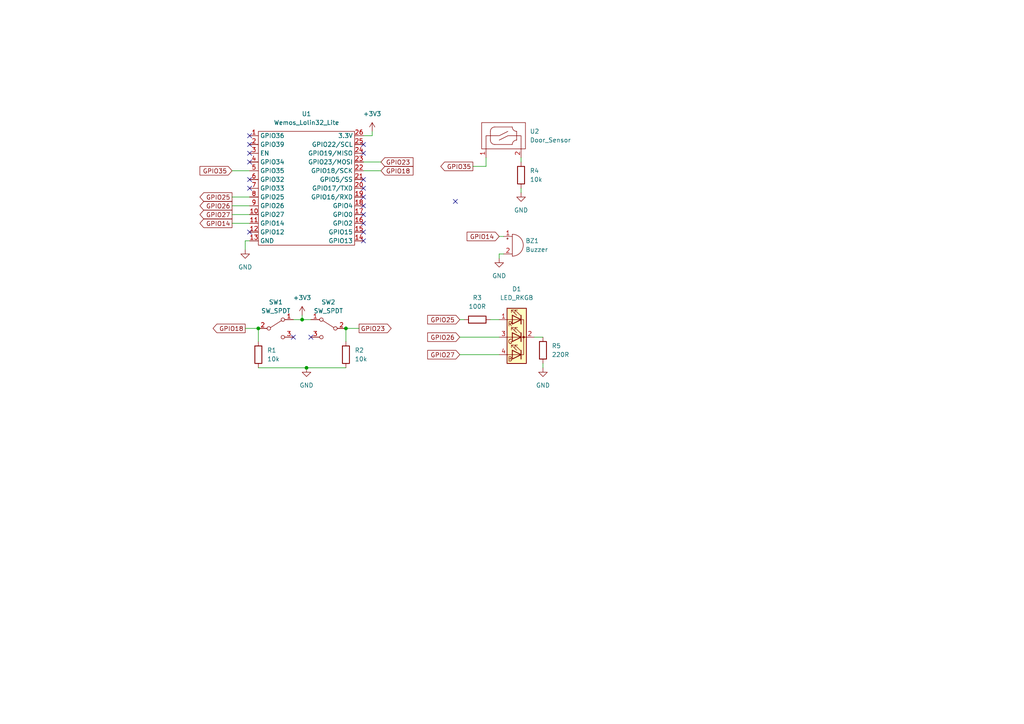
<source format=kicad_sch>
(kicad_sch (version 20211123) (generator eeschema)

  (uuid e63e39d7-6ac0-4ffd-8aa3-1841a4541b55)

  (paper "A4")

  (lib_symbols
    (symbol "Device:Buzzer" (pin_names (offset 0.0254) hide) (in_bom yes) (on_board yes)
      (property "Reference" "BZ" (id 0) (at 3.81 1.27 0)
        (effects (font (size 1.27 1.27)) (justify left))
      )
      (property "Value" "Buzzer" (id 1) (at 3.81 -1.27 0)
        (effects (font (size 1.27 1.27)) (justify left))
      )
      (property "Footprint" "" (id 2) (at -0.635 2.54 90)
        (effects (font (size 1.27 1.27)) hide)
      )
      (property "Datasheet" "~" (id 3) (at -0.635 2.54 90)
        (effects (font (size 1.27 1.27)) hide)
      )
      (property "ki_keywords" "quartz resonator ceramic" (id 4) (at 0 0 0)
        (effects (font (size 1.27 1.27)) hide)
      )
      (property "ki_description" "Buzzer, polarized" (id 5) (at 0 0 0)
        (effects (font (size 1.27 1.27)) hide)
      )
      (property "ki_fp_filters" "*Buzzer*" (id 6) (at 0 0 0)
        (effects (font (size 1.27 1.27)) hide)
      )
      (symbol "Buzzer_0_1"
        (arc (start 0 -3.175) (mid 3.175 0) (end 0 3.175)
          (stroke (width 0) (type default) (color 0 0 0 0))
          (fill (type none))
        )
        (polyline
          (pts
            (xy -1.651 1.905)
            (xy -1.143 1.905)
          )
          (stroke (width 0) (type default) (color 0 0 0 0))
          (fill (type none))
        )
        (polyline
          (pts
            (xy -1.397 2.159)
            (xy -1.397 1.651)
          )
          (stroke (width 0) (type default) (color 0 0 0 0))
          (fill (type none))
        )
        (polyline
          (pts
            (xy 0 3.175)
            (xy 0 -3.175)
          )
          (stroke (width 0) (type default) (color 0 0 0 0))
          (fill (type none))
        )
      )
      (symbol "Buzzer_1_1"
        (pin passive line (at -2.54 2.54 0) (length 2.54)
          (name "-" (effects (font (size 1.27 1.27))))
          (number "1" (effects (font (size 1.27 1.27))))
        )
        (pin passive line (at -2.54 -2.54 0) (length 2.54)
          (name "+" (effects (font (size 1.27 1.27))))
          (number "2" (effects (font (size 1.27 1.27))))
        )
      )
    )
    (symbol "Device:LED_RKGB" (pin_names (offset 0) hide) (in_bom yes) (on_board yes)
      (property "Reference" "D" (id 0) (at 0 9.398 0)
        (effects (font (size 1.27 1.27)))
      )
      (property "Value" "LED_RKGB" (id 1) (at 0 -8.89 0)
        (effects (font (size 1.27 1.27)))
      )
      (property "Footprint" "" (id 2) (at 0 -1.27 0)
        (effects (font (size 1.27 1.27)) hide)
      )
      (property "Datasheet" "~" (id 3) (at 0 -1.27 0)
        (effects (font (size 1.27 1.27)) hide)
      )
      (property "ki_keywords" "LED RGB diode" (id 4) (at 0 0 0)
        (effects (font (size 1.27 1.27)) hide)
      )
      (property "ki_description" "RGB LED, red/cathode/green/blue" (id 5) (at 0 0 0)
        (effects (font (size 1.27 1.27)) hide)
      )
      (property "ki_fp_filters" "LED* LED_SMD:* LED_THT:*" (id 6) (at 0 0 0)
        (effects (font (size 1.27 1.27)) hide)
      )
      (symbol "LED_RKGB_0_0"
        (text "B" (at 1.905 -6.35 0)
          (effects (font (size 1.27 1.27)))
        )
        (text "G" (at 1.905 -1.27 0)
          (effects (font (size 1.27 1.27)))
        )
        (text "R" (at 1.905 3.81 0)
          (effects (font (size 1.27 1.27)))
        )
      )
      (symbol "LED_RKGB_0_1"
        (circle (center -2.032 0) (radius 0.254)
          (stroke (width 0) (type default) (color 0 0 0 0))
          (fill (type outline))
        )
        (polyline
          (pts
            (xy -1.27 -5.08)
            (xy 1.27 -5.08)
          )
          (stroke (width 0) (type default) (color 0 0 0 0))
          (fill (type none))
        )
        (polyline
          (pts
            (xy -1.27 -3.81)
            (xy -1.27 -6.35)
          )
          (stroke (width 0.254) (type default) (color 0 0 0 0))
          (fill (type none))
        )
        (polyline
          (pts
            (xy -1.27 0)
            (xy -2.54 0)
          )
          (stroke (width 0) (type default) (color 0 0 0 0))
          (fill (type none))
        )
        (polyline
          (pts
            (xy -1.27 1.27)
            (xy -1.27 -1.27)
          )
          (stroke (width 0.254) (type default) (color 0 0 0 0))
          (fill (type none))
        )
        (polyline
          (pts
            (xy -1.27 5.08)
            (xy 1.27 5.08)
          )
          (stroke (width 0) (type default) (color 0 0 0 0))
          (fill (type none))
        )
        (polyline
          (pts
            (xy -1.27 6.35)
            (xy -1.27 3.81)
          )
          (stroke (width 0.254) (type default) (color 0 0 0 0))
          (fill (type none))
        )
        (polyline
          (pts
            (xy 1.27 -5.08)
            (xy 2.54 -5.08)
          )
          (stroke (width 0) (type default) (color 0 0 0 0))
          (fill (type none))
        )
        (polyline
          (pts
            (xy 1.27 0)
            (xy -1.27 0)
          )
          (stroke (width 0) (type default) (color 0 0 0 0))
          (fill (type none))
        )
        (polyline
          (pts
            (xy 1.27 0)
            (xy 2.54 0)
          )
          (stroke (width 0) (type default) (color 0 0 0 0))
          (fill (type none))
        )
        (polyline
          (pts
            (xy 1.27 5.08)
            (xy 2.54 5.08)
          )
          (stroke (width 0) (type default) (color 0 0 0 0))
          (fill (type none))
        )
        (polyline
          (pts
            (xy -1.27 1.27)
            (xy -1.27 -1.27)
            (xy -1.27 -1.27)
          )
          (stroke (width 0) (type default) (color 0 0 0 0))
          (fill (type none))
        )
        (polyline
          (pts
            (xy -1.27 6.35)
            (xy -1.27 3.81)
            (xy -1.27 3.81)
          )
          (stroke (width 0) (type default) (color 0 0 0 0))
          (fill (type none))
        )
        (polyline
          (pts
            (xy -1.27 5.08)
            (xy -2.032 5.08)
            (xy -2.032 -5.08)
            (xy -1.016 -5.08)
          )
          (stroke (width 0) (type default) (color 0 0 0 0))
          (fill (type none))
        )
        (polyline
          (pts
            (xy 1.27 -3.81)
            (xy 1.27 -6.35)
            (xy -1.27 -5.08)
            (xy 1.27 -3.81)
          )
          (stroke (width 0.254) (type default) (color 0 0 0 0))
          (fill (type none))
        )
        (polyline
          (pts
            (xy 1.27 1.27)
            (xy 1.27 -1.27)
            (xy -1.27 0)
            (xy 1.27 1.27)
          )
          (stroke (width 0.254) (type default) (color 0 0 0 0))
          (fill (type none))
        )
        (polyline
          (pts
            (xy 1.27 6.35)
            (xy 1.27 3.81)
            (xy -1.27 5.08)
            (xy 1.27 6.35)
          )
          (stroke (width 0.254) (type default) (color 0 0 0 0))
          (fill (type none))
        )
        (polyline
          (pts
            (xy -1.016 -3.81)
            (xy 0.508 -2.286)
            (xy -0.254 -2.286)
            (xy 0.508 -2.286)
            (xy 0.508 -3.048)
          )
          (stroke (width 0) (type default) (color 0 0 0 0))
          (fill (type none))
        )
        (polyline
          (pts
            (xy -1.016 1.27)
            (xy 0.508 2.794)
            (xy -0.254 2.794)
            (xy 0.508 2.794)
            (xy 0.508 2.032)
          )
          (stroke (width 0) (type default) (color 0 0 0 0))
          (fill (type none))
        )
        (polyline
          (pts
            (xy -1.016 6.35)
            (xy 0.508 7.874)
            (xy -0.254 7.874)
            (xy 0.508 7.874)
            (xy 0.508 7.112)
          )
          (stroke (width 0) (type default) (color 0 0 0 0))
          (fill (type none))
        )
        (polyline
          (pts
            (xy 0 -3.81)
            (xy 1.524 -2.286)
            (xy 0.762 -2.286)
            (xy 1.524 -2.286)
            (xy 1.524 -3.048)
          )
          (stroke (width 0) (type default) (color 0 0 0 0))
          (fill (type none))
        )
        (polyline
          (pts
            (xy 0 1.27)
            (xy 1.524 2.794)
            (xy 0.762 2.794)
            (xy 1.524 2.794)
            (xy 1.524 2.032)
          )
          (stroke (width 0) (type default) (color 0 0 0 0))
          (fill (type none))
        )
        (polyline
          (pts
            (xy 0 6.35)
            (xy 1.524 7.874)
            (xy 0.762 7.874)
            (xy 1.524 7.874)
            (xy 1.524 7.112)
          )
          (stroke (width 0) (type default) (color 0 0 0 0))
          (fill (type none))
        )
        (rectangle (start 1.27 -1.27) (end 1.27 1.27)
          (stroke (width 0) (type default) (color 0 0 0 0))
          (fill (type none))
        )
        (rectangle (start 1.27 1.27) (end 1.27 1.27)
          (stroke (width 0) (type default) (color 0 0 0 0))
          (fill (type none))
        )
        (rectangle (start 1.27 3.81) (end 1.27 6.35)
          (stroke (width 0) (type default) (color 0 0 0 0))
          (fill (type none))
        )
        (rectangle (start 1.27 6.35) (end 1.27 6.35)
          (stroke (width 0) (type default) (color 0 0 0 0))
          (fill (type none))
        )
        (rectangle (start 2.794 8.382) (end -2.794 -7.62)
          (stroke (width 0.254) (type default) (color 0 0 0 0))
          (fill (type background))
        )
      )
      (symbol "LED_RKGB_1_1"
        (pin passive line (at 5.08 5.08 180) (length 2.54)
          (name "RA" (effects (font (size 1.27 1.27))))
          (number "1" (effects (font (size 1.27 1.27))))
        )
        (pin passive line (at -5.08 0 0) (length 2.54)
          (name "K" (effects (font (size 1.27 1.27))))
          (number "2" (effects (font (size 1.27 1.27))))
        )
        (pin passive line (at 5.08 0 180) (length 2.54)
          (name "GA" (effects (font (size 1.27 1.27))))
          (number "3" (effects (font (size 1.27 1.27))))
        )
        (pin passive line (at 5.08 -5.08 180) (length 2.54)
          (name "BA" (effects (font (size 1.27 1.27))))
          (number "4" (effects (font (size 1.27 1.27))))
        )
      )
    )
    (symbol "Device:R" (pin_numbers hide) (pin_names (offset 0)) (in_bom yes) (on_board yes)
      (property "Reference" "R" (id 0) (at 2.032 0 90)
        (effects (font (size 1.27 1.27)))
      )
      (property "Value" "R" (id 1) (at 0 0 90)
        (effects (font (size 1.27 1.27)))
      )
      (property "Footprint" "" (id 2) (at -1.778 0 90)
        (effects (font (size 1.27 1.27)) hide)
      )
      (property "Datasheet" "~" (id 3) (at 0 0 0)
        (effects (font (size 1.27 1.27)) hide)
      )
      (property "ki_keywords" "R res resistor" (id 4) (at 0 0 0)
        (effects (font (size 1.27 1.27)) hide)
      )
      (property "ki_description" "Resistor" (id 5) (at 0 0 0)
        (effects (font (size 1.27 1.27)) hide)
      )
      (property "ki_fp_filters" "R_*" (id 6) (at 0 0 0)
        (effects (font (size 1.27 1.27)) hide)
      )
      (symbol "R_0_1"
        (rectangle (start -1.016 -2.54) (end 1.016 2.54)
          (stroke (width 0.254) (type default) (color 0 0 0 0))
          (fill (type none))
        )
      )
      (symbol "R_1_1"
        (pin passive line (at 0 3.81 270) (length 1.27)
          (name "~" (effects (font (size 1.27 1.27))))
          (number "1" (effects (font (size 1.27 1.27))))
        )
        (pin passive line (at 0 -3.81 90) (length 1.27)
          (name "~" (effects (font (size 1.27 1.27))))
          (number "2" (effects (font (size 1.27 1.27))))
        )
      )
    )
    (symbol "Door_Sensor_1" (in_bom yes) (on_board yes)
      (property "Reference" "U" (id 0) (at 0 6.35 0)
        (effects (font (size 1.27 1.27)))
      )
      (property "Value" "Door_Sensor_1" (id 1) (at 0 3.81 0)
        (effects (font (size 1.27 1.27)))
      )
      (property "Footprint" "" (id 2) (at 0 0 0)
        (effects (font (size 1.27 1.27)) hide)
      )
      (property "Datasheet" "" (id 3) (at 0 0 0)
        (effects (font (size 1.27 1.27)) hide)
      )
      (symbol "Door_Sensor_1_0_1"
        (rectangle (start -6.35 2.54) (end 6.35 -5.08)
          (stroke (width 0) (type default) (color 0 0 0 0))
          (fill (type none))
        )
        (arc (start -3.81 -2.54) (mid -3.438 -3.438) (end -2.54 -3.81)
          (stroke (width 0) (type default) (color 0 0 0 0))
          (fill (type none))
        )
        (arc (start -2.54 1.27) (mid -3.438 0.898) (end -3.81 0)
          (stroke (width 0) (type default) (color 0 0 0 0))
          (fill (type none))
        )
        (polyline
          (pts
            (xy -3.81 -2.54)
            (xy -3.81 0)
          )
          (stroke (width 0) (type default) (color 0 0 0 0))
          (fill (type none))
        )
        (polyline
          (pts
            (xy -2.54 1.27)
            (xy 2.54 1.27)
          )
          (stroke (width 0) (type default) (color 0 0 0 0))
          (fill (type none))
        )
        (polyline
          (pts
            (xy 1.27 0)
            (xy 1.27 0)
          )
          (stroke (width 0) (type default) (color 0 0 0 0))
          (fill (type none))
        )
        (polyline
          (pts
            (xy 2.54 -3.81)
            (xy -2.54 -3.81)
          )
          (stroke (width 0) (type default) (color 0 0 0 0))
          (fill (type none))
        )
        (polyline
          (pts
            (xy 3.81 0)
            (xy 3.81 -2.54)
          )
          (stroke (width 0) (type default) (color 0 0 0 0))
          (fill (type none))
        )
        (polyline
          (pts
            (xy -5.08 -5.08)
            (xy -5.08 -1.27)
            (xy -1.27 -1.27)
            (xy 1.27 0)
          )
          (stroke (width 0) (type default) (color 0 0 0 0))
          (fill (type none))
        )
        (polyline
          (pts
            (xy 5.08 -5.08)
            (xy 5.08 -1.27)
            (xy 1.27 -1.27)
            (xy -1.27 -2.54)
          )
          (stroke (width 0) (type default) (color 0 0 0 0))
          (fill (type none))
        )
        (arc (start 2.54 1.27) (mid 1.642 -0.898) (end 3.81 0)
          (stroke (width 0) (type default) (color 0 0 0 0))
          (fill (type none))
        )
        (arc (start 3.81 -2.54) (mid 1.642 -1.642) (end 2.54 -3.81)
          (stroke (width 0) (type default) (color 0 0 0 0))
          (fill (type none))
        )
      )
      (symbol "Door_Sensor_1_1_1"
        (pin passive line (at -5.08 -7.62 90) (length 2.54)
          (name "" (effects (font (size 1.27 1.27))))
          (number "1" (effects (font (size 1.27 1.27))))
        )
        (pin passive line (at 5.08 -7.62 90) (length 2.54)
          (name "" (effects (font (size 1.27 1.27))))
          (number "2" (effects (font (size 1.27 1.27))))
        )
      )
    )
    (symbol "Parts_Library:Wemos_Lolin32_Lite" (in_bom yes) (on_board yes)
      (property "Reference" "U" (id 0) (at 0 22.86 0)
        (effects (font (size 1.27 1.27)))
      )
      (property "Value" "Wemos_Lolin32_Lite" (id 1) (at 0 19.05 0)
        (effects (font (size 1.27 1.27)))
      )
      (property "Footprint" "" (id 2) (at 0 19.05 0)
        (effects (font (size 1.27 1.27)) hide)
      )
      (property "Datasheet" "" (id 3) (at 0 19.05 0)
        (effects (font (size 1.27 1.27)) hide)
      )
      (symbol "Wemos_Lolin32_Lite_0_1"
        (rectangle (start -13.97 16.51) (end 13.97 -16.51)
          (stroke (width 0) (type default) (color 0 0 0 0))
          (fill (type none))
        )
      )
      (symbol "Wemos_Lolin32_Lite_1_1"
        (pin input line (at -16.51 15.24 0) (length 2.54)
          (name "GPIO36" (effects (font (size 1.27 1.27))))
          (number "1" (effects (font (size 1.27 1.27))))
        )
        (pin bidirectional line (at -16.51 -7.62 0) (length 2.54)
          (name "GPIO27" (effects (font (size 1.27 1.27))))
          (number "10" (effects (font (size 1.27 1.27))))
        )
        (pin bidirectional line (at -16.51 -10.16 0) (length 2.54)
          (name "GPIO14" (effects (font (size 1.27 1.27))))
          (number "11" (effects (font (size 1.27 1.27))))
        )
        (pin bidirectional line (at -16.51 -12.7 0) (length 2.54)
          (name "GPIO12" (effects (font (size 1.27 1.27))))
          (number "12" (effects (font (size 1.27 1.27))))
        )
        (pin power_out line (at -16.51 -15.24 0) (length 2.54)
          (name "GND" (effects (font (size 1.27 1.27))))
          (number "13" (effects (font (size 1.27 1.27))))
        )
        (pin bidirectional line (at 16.51 -15.24 180) (length 2.54)
          (name "GPIO13" (effects (font (size 1.27 1.27))))
          (number "14" (effects (font (size 1.27 1.27))))
        )
        (pin bidirectional line (at 16.51 -12.7 180) (length 2.54)
          (name "GPIO15" (effects (font (size 1.27 1.27))))
          (number "15" (effects (font (size 1.27 1.27))))
        )
        (pin bidirectional line (at 16.51 -10.16 180) (length 2.54)
          (name "GPIO2" (effects (font (size 1.27 1.27))))
          (number "16" (effects (font (size 1.27 1.27))))
        )
        (pin bidirectional line (at 16.51 -7.62 180) (length 2.54)
          (name "GPIO0" (effects (font (size 1.27 1.27))))
          (number "17" (effects (font (size 1.27 1.27))))
        )
        (pin bidirectional line (at 16.51 -5.08 180) (length 2.54)
          (name "GPIO4" (effects (font (size 1.27 1.27))))
          (number "18" (effects (font (size 1.27 1.27))))
        )
        (pin bidirectional line (at 16.51 -2.54 180) (length 2.54)
          (name "GPIO16/RXD" (effects (font (size 1.27 1.27))))
          (number "19" (effects (font (size 1.27 1.27))))
        )
        (pin input line (at -16.51 12.7 0) (length 2.54)
          (name "GPIO39" (effects (font (size 1.27 1.27))))
          (number "2" (effects (font (size 1.27 1.27))))
        )
        (pin bidirectional line (at 16.51 0 180) (length 2.54)
          (name "GPIO17/TXD" (effects (font (size 1.27 1.27))))
          (number "20" (effects (font (size 1.27 1.27))))
        )
        (pin bidirectional line (at 16.51 2.54 180) (length 2.54)
          (name "GPIO5/SS" (effects (font (size 1.27 1.27))))
          (number "21" (effects (font (size 1.27 1.27))))
        )
        (pin bidirectional line (at 16.51 5.08 180) (length 2.54)
          (name "GPIO18/SCK" (effects (font (size 1.27 1.27))))
          (number "22" (effects (font (size 1.27 1.27))))
        )
        (pin bidirectional line (at 16.51 7.62 180) (length 2.54)
          (name "GPIO23/MOSI" (effects (font (size 1.27 1.27))))
          (number "23" (effects (font (size 1.27 1.27))))
        )
        (pin bidirectional line (at 16.51 10.16 180) (length 2.54)
          (name "GPIO19/MISO" (effects (font (size 1.27 1.27))))
          (number "24" (effects (font (size 1.27 1.27))))
        )
        (pin bidirectional line (at 16.51 12.7 180) (length 2.54)
          (name "GPIO22/SCL" (effects (font (size 1.27 1.27))))
          (number "25" (effects (font (size 1.27 1.27))))
        )
        (pin power_out line (at 16.51 15.24 180) (length 2.54)
          (name "3.3V" (effects (font (size 1.27 1.27))))
          (number "26" (effects (font (size 1.27 1.27))))
        )
        (pin passive line (at -16.51 10.16 0) (length 2.54)
          (name "EN" (effects (font (size 1.27 1.27))))
          (number "3" (effects (font (size 1.27 1.27))))
        )
        (pin input line (at -16.51 7.62 0) (length 2.54)
          (name "GPIO34" (effects (font (size 1.27 1.27))))
          (number "4" (effects (font (size 1.27 1.27))))
        )
        (pin input line (at -16.51 5.08 0) (length 2.54)
          (name "GPIO35" (effects (font (size 1.27 1.27))))
          (number "5" (effects (font (size 1.27 1.27))))
        )
        (pin bidirectional line (at -16.51 2.54 0) (length 2.54)
          (name "GPIO32" (effects (font (size 1.27 1.27))))
          (number "6" (effects (font (size 1.27 1.27))))
        )
        (pin bidirectional line (at -16.51 0 0) (length 2.54)
          (name "GPIO33" (effects (font (size 1.27 1.27))))
          (number "7" (effects (font (size 1.27 1.27))))
        )
        (pin bidirectional line (at -16.51 -2.54 0) (length 2.54)
          (name "GPIO25" (effects (font (size 1.27 1.27))))
          (number "8" (effects (font (size 1.27 1.27))))
        )
        (pin bidirectional line (at -16.51 -5.08 0) (length 2.54)
          (name "GPIO26" (effects (font (size 1.27 1.27))))
          (number "9" (effects (font (size 1.27 1.27))))
        )
      )
    )
    (symbol "Switch:SW_SPDT" (pin_names (offset 0) hide) (in_bom yes) (on_board yes)
      (property "Reference" "SW" (id 0) (at 0 4.318 0)
        (effects (font (size 1.27 1.27)))
      )
      (property "Value" "SW_SPDT" (id 1) (at 0 -5.08 0)
        (effects (font (size 1.27 1.27)))
      )
      (property "Footprint" "" (id 2) (at 0 0 0)
        (effects (font (size 1.27 1.27)) hide)
      )
      (property "Datasheet" "~" (id 3) (at 0 0 0)
        (effects (font (size 1.27 1.27)) hide)
      )
      (property "ki_keywords" "switch single-pole double-throw spdt ON-ON" (id 4) (at 0 0 0)
        (effects (font (size 1.27 1.27)) hide)
      )
      (property "ki_description" "Switch, single pole double throw" (id 5) (at 0 0 0)
        (effects (font (size 1.27 1.27)) hide)
      )
      (symbol "SW_SPDT_0_0"
        (circle (center -2.032 0) (radius 0.508)
          (stroke (width 0) (type default) (color 0 0 0 0))
          (fill (type none))
        )
        (circle (center 2.032 -2.54) (radius 0.508)
          (stroke (width 0) (type default) (color 0 0 0 0))
          (fill (type none))
        )
      )
      (symbol "SW_SPDT_0_1"
        (polyline
          (pts
            (xy -1.524 0.254)
            (xy 1.651 2.286)
          )
          (stroke (width 0) (type default) (color 0 0 0 0))
          (fill (type none))
        )
        (circle (center 2.032 2.54) (radius 0.508)
          (stroke (width 0) (type default) (color 0 0 0 0))
          (fill (type none))
        )
      )
      (symbol "SW_SPDT_1_1"
        (pin passive line (at 5.08 2.54 180) (length 2.54)
          (name "A" (effects (font (size 1.27 1.27))))
          (number "1" (effects (font (size 1.27 1.27))))
        )
        (pin passive line (at -5.08 0 0) (length 2.54)
          (name "B" (effects (font (size 1.27 1.27))))
          (number "2" (effects (font (size 1.27 1.27))))
        )
        (pin passive line (at 5.08 -2.54 180) (length 2.54)
          (name "C" (effects (font (size 1.27 1.27))))
          (number "3" (effects (font (size 1.27 1.27))))
        )
      )
    )
    (symbol "power:+3V3" (power) (pin_names (offset 0)) (in_bom yes) (on_board yes)
      (property "Reference" "#PWR" (id 0) (at 0 -3.81 0)
        (effects (font (size 1.27 1.27)) hide)
      )
      (property "Value" "+3V3" (id 1) (at 0 3.556 0)
        (effects (font (size 1.27 1.27)))
      )
      (property "Footprint" "" (id 2) (at 0 0 0)
        (effects (font (size 1.27 1.27)) hide)
      )
      (property "Datasheet" "" (id 3) (at 0 0 0)
        (effects (font (size 1.27 1.27)) hide)
      )
      (property "ki_keywords" "power-flag" (id 4) (at 0 0 0)
        (effects (font (size 1.27 1.27)) hide)
      )
      (property "ki_description" "Power symbol creates a global label with name \"+3V3\"" (id 5) (at 0 0 0)
        (effects (font (size 1.27 1.27)) hide)
      )
      (symbol "+3V3_0_1"
        (polyline
          (pts
            (xy -0.762 1.27)
            (xy 0 2.54)
          )
          (stroke (width 0) (type default) (color 0 0 0 0))
          (fill (type none))
        )
        (polyline
          (pts
            (xy 0 0)
            (xy 0 2.54)
          )
          (stroke (width 0) (type default) (color 0 0 0 0))
          (fill (type none))
        )
        (polyline
          (pts
            (xy 0 2.54)
            (xy 0.762 1.27)
          )
          (stroke (width 0) (type default) (color 0 0 0 0))
          (fill (type none))
        )
      )
      (symbol "+3V3_1_1"
        (pin power_in line (at 0 0 90) (length 0) hide
          (name "+3V3" (effects (font (size 1.27 1.27))))
          (number "1" (effects (font (size 1.27 1.27))))
        )
      )
    )
    (symbol "power:GND" (power) (pin_names (offset 0)) (in_bom yes) (on_board yes)
      (property "Reference" "#PWR" (id 0) (at 0 -6.35 0)
        (effects (font (size 1.27 1.27)) hide)
      )
      (property "Value" "GND" (id 1) (at 0 -3.81 0)
        (effects (font (size 1.27 1.27)))
      )
      (property "Footprint" "" (id 2) (at 0 0 0)
        (effects (font (size 1.27 1.27)) hide)
      )
      (property "Datasheet" "" (id 3) (at 0 0 0)
        (effects (font (size 1.27 1.27)) hide)
      )
      (property "ki_keywords" "power-flag" (id 4) (at 0 0 0)
        (effects (font (size 1.27 1.27)) hide)
      )
      (property "ki_description" "Power symbol creates a global label with name \"GND\" , ground" (id 5) (at 0 0 0)
        (effects (font (size 1.27 1.27)) hide)
      )
      (symbol "GND_0_1"
        (polyline
          (pts
            (xy 0 0)
            (xy 0 -1.27)
            (xy 1.27 -1.27)
            (xy 0 -2.54)
            (xy -1.27 -1.27)
            (xy 0 -1.27)
          )
          (stroke (width 0) (type default) (color 0 0 0 0))
          (fill (type none))
        )
      )
      (symbol "GND_1_1"
        (pin power_in line (at 0 0 270) (length 0) hide
          (name "GND" (effects (font (size 1.27 1.27))))
          (number "1" (effects (font (size 1.27 1.27))))
        )
      )
    )
  )


  (junction (at 74.93 95.25) (diameter 0) (color 0 0 0 0)
    (uuid 1764f78d-564a-4ae3-b226-e8bfd3575ebb)
  )
  (junction (at 87.63 92.71) (diameter 0) (color 0 0 0 0)
    (uuid 47065b2c-4ecc-4487-87b2-11b8dbff8b69)
  )
  (junction (at 88.9 106.68) (diameter 0) (color 0 0 0 0)
    (uuid c9eaf875-54eb-4f24-b44a-3482448396c9)
  )
  (junction (at 100.33 95.25) (diameter 0) (color 0 0 0 0)
    (uuid da89248c-269d-46c8-b151-3660a6d6f0f3)
  )

  (no_connect (at 90.17 97.79) (uuid 2e57deb2-915b-4a8f-8c85-a2bede23f6b7))
  (no_connect (at 85.09 97.79) (uuid 2e57deb2-915b-4a8f-8c85-a2bede23f6b7))
  (no_connect (at 105.41 59.69) (uuid 2e57deb2-915b-4a8f-8c85-a2bede23f6b7))
  (no_connect (at 105.41 57.15) (uuid 2e57deb2-915b-4a8f-8c85-a2bede23f6b7))
  (no_connect (at 105.41 54.61) (uuid 2e57deb2-915b-4a8f-8c85-a2bede23f6b7))
  (no_connect (at 105.41 52.07) (uuid 2e57deb2-915b-4a8f-8c85-a2bede23f6b7))
  (no_connect (at 105.41 44.45) (uuid 2e57deb2-915b-4a8f-8c85-a2bede23f6b7))
  (no_connect (at 105.41 41.91) (uuid 2e57deb2-915b-4a8f-8c85-a2bede23f6b7))
  (no_connect (at 105.41 69.85) (uuid 2e57deb2-915b-4a8f-8c85-a2bede23f6b7))
  (no_connect (at 105.41 67.31) (uuid 2e57deb2-915b-4a8f-8c85-a2bede23f6b7))
  (no_connect (at 105.41 64.77) (uuid 2e57deb2-915b-4a8f-8c85-a2bede23f6b7))
  (no_connect (at 105.41 62.23) (uuid 2e57deb2-915b-4a8f-8c85-a2bede23f6b7))
  (no_connect (at 72.39 39.37) (uuid 2e57deb2-915b-4a8f-8c85-a2bede23f6b7))
  (no_connect (at 132.08 58.42) (uuid ada0eca0-1d37-4f6b-806b-f413a9acff7b))
  (no_connect (at 72.39 52.07) (uuid ada0eca0-1d37-4f6b-806b-f413a9acff7b))
  (no_connect (at 72.39 54.61) (uuid ada0eca0-1d37-4f6b-806b-f413a9acff7b))
  (no_connect (at 72.39 67.31) (uuid ada0eca0-1d37-4f6b-806b-f413a9acff7b))
  (no_connect (at 72.39 41.91) (uuid ada0eca0-1d37-4f6b-806b-f413a9acff7b))
  (no_connect (at 72.39 44.45) (uuid ada0eca0-1d37-4f6b-806b-f413a9acff7b))
  (no_connect (at 72.39 46.99) (uuid ada0eca0-1d37-4f6b-806b-f413a9acff7b))

  (wire (pts (xy 100.33 95.25) (xy 104.14 95.25))
    (stroke (width 0) (type default) (color 0 0 0 0))
    (uuid 00849ea6-2041-4201-9fcf-81433de086dd)
  )
  (wire (pts (xy 157.48 105.41) (xy 157.48 106.68))
    (stroke (width 0) (type default) (color 0 0 0 0))
    (uuid 0ea70e6c-2b52-441e-97ab-5aad3cdb4099)
  )
  (wire (pts (xy 87.63 91.44) (xy 87.63 92.71))
    (stroke (width 0) (type default) (color 0 0 0 0))
    (uuid 0f62b531-d1d7-482e-b61b-65e5c516966c)
  )
  (wire (pts (xy 85.09 92.71) (xy 87.63 92.71))
    (stroke (width 0) (type default) (color 0 0 0 0))
    (uuid 11831d8e-3347-4947-a7ab-520a174c1695)
  )
  (wire (pts (xy 105.41 49.53) (xy 110.49 49.53))
    (stroke (width 0) (type default) (color 0 0 0 0))
    (uuid 14033b01-2f37-4011-a745-b9b1ad690336)
  )
  (wire (pts (xy 67.31 59.69) (xy 72.39 59.69))
    (stroke (width 0) (type default) (color 0 0 0 0))
    (uuid 178c3e3e-5b21-44a0-b4c3-0067ea7f0639)
  )
  (wire (pts (xy 74.93 106.68) (xy 88.9 106.68))
    (stroke (width 0) (type default) (color 0 0 0 0))
    (uuid 1a9aaab3-bb7f-4278-89f4-e4eb8317a393)
  )
  (wire (pts (xy 105.41 39.37) (xy 107.95 39.37))
    (stroke (width 0) (type default) (color 0 0 0 0))
    (uuid 244fa38c-acb6-4f9a-ace4-77a7b182ee90)
  )
  (wire (pts (xy 71.12 95.25) (xy 74.93 95.25))
    (stroke (width 0) (type default) (color 0 0 0 0))
    (uuid 2d32d2c2-5b90-4fdd-9342-721e359b452c)
  )
  (wire (pts (xy 154.94 97.79) (xy 157.48 97.79))
    (stroke (width 0) (type default) (color 0 0 0 0))
    (uuid 2fa7a8d0-2d44-4e81-9231-72c4e2d00d9a)
  )
  (wire (pts (xy 105.41 46.99) (xy 110.49 46.99))
    (stroke (width 0) (type default) (color 0 0 0 0))
    (uuid 31da4771-bfdc-45eb-b91c-a1c24520806f)
  )
  (wire (pts (xy 140.97 48.26) (xy 140.97 45.72))
    (stroke (width 0) (type default) (color 0 0 0 0))
    (uuid 3dda85b9-a5d5-4bce-8c1f-88e1b7651005)
  )
  (wire (pts (xy 133.35 92.71) (xy 134.62 92.71))
    (stroke (width 0) (type default) (color 0 0 0 0))
    (uuid 4e769e6f-385c-4c6d-943a-0150c283f273)
  )
  (wire (pts (xy 71.12 69.85) (xy 72.39 69.85))
    (stroke (width 0) (type default) (color 0 0 0 0))
    (uuid 50981274-96f0-4878-a875-a13c22b797e4)
  )
  (wire (pts (xy 137.16 48.26) (xy 140.97 48.26))
    (stroke (width 0) (type default) (color 0 0 0 0))
    (uuid 63ebad0b-93c6-439d-8ed9-dfae8a510632)
  )
  (wire (pts (xy 142.24 92.71) (xy 144.78 92.71))
    (stroke (width 0) (type default) (color 0 0 0 0))
    (uuid 6b8372b2-3043-477c-8045-824487205ccc)
  )
  (wire (pts (xy 67.31 62.23) (xy 72.39 62.23))
    (stroke (width 0) (type default) (color 0 0 0 0))
    (uuid 77810ad5-2c82-491e-802a-57b6391471e6)
  )
  (wire (pts (xy 67.31 57.15) (xy 72.39 57.15))
    (stroke (width 0) (type default) (color 0 0 0 0))
    (uuid 7ffcc817-1b0b-40ea-9fce-5233a1f37719)
  )
  (wire (pts (xy 88.9 106.68) (xy 100.33 106.68))
    (stroke (width 0) (type default) (color 0 0 0 0))
    (uuid 8859904d-3652-44c8-bacc-72779b9d58f1)
  )
  (wire (pts (xy 151.13 54.61) (xy 151.13 55.88))
    (stroke (width 0) (type default) (color 0 0 0 0))
    (uuid 8d9ee2ed-8a9a-4fa8-b777-b2dbc5a9b3fc)
  )
  (wire (pts (xy 151.13 45.72) (xy 151.13 46.99))
    (stroke (width 0) (type default) (color 0 0 0 0))
    (uuid 94d5a56e-d5c3-405b-9e97-a6ceb39f4593)
  )
  (wire (pts (xy 133.35 97.79) (xy 144.78 97.79))
    (stroke (width 0) (type default) (color 0 0 0 0))
    (uuid 9574ee0a-8946-4522-92a6-c558efd0c9a6)
  )
  (wire (pts (xy 146.05 73.66) (xy 144.78 73.66))
    (stroke (width 0) (type default) (color 0 0 0 0))
    (uuid 9ee23056-23fd-425d-a6e7-2ac9a8bc04a6)
  )
  (wire (pts (xy 107.95 39.37) (xy 107.95 38.1))
    (stroke (width 0) (type default) (color 0 0 0 0))
    (uuid 9f5b4253-287a-4965-8aeb-8c1e0da06f10)
  )
  (wire (pts (xy 100.33 95.25) (xy 100.33 99.06))
    (stroke (width 0) (type default) (color 0 0 0 0))
    (uuid 9f9d6ab9-58bb-4088-a343-4a6cbc2cc095)
  )
  (wire (pts (xy 144.78 68.58) (xy 146.05 68.58))
    (stroke (width 0) (type default) (color 0 0 0 0))
    (uuid b634b556-a69b-4655-a462-4eca658b8a5a)
  )
  (wire (pts (xy 87.63 92.71) (xy 90.17 92.71))
    (stroke (width 0) (type default) (color 0 0 0 0))
    (uuid b9ae40bf-1158-4a1e-ae62-57a277e9e334)
  )
  (wire (pts (xy 74.93 95.25) (xy 74.93 99.06))
    (stroke (width 0) (type default) (color 0 0 0 0))
    (uuid bd4e8018-d80a-48f2-bc15-07d2dbef9a16)
  )
  (wire (pts (xy 67.31 64.77) (xy 72.39 64.77))
    (stroke (width 0) (type default) (color 0 0 0 0))
    (uuid c4cdec38-5061-4cf8-bb11-8bbf0810fb90)
  )
  (wire (pts (xy 67.31 49.53) (xy 72.39 49.53))
    (stroke (width 0) (type default) (color 0 0 0 0))
    (uuid c79d279c-f8af-4087-85a3-d6421571e978)
  )
  (wire (pts (xy 133.35 102.87) (xy 144.78 102.87))
    (stroke (width 0) (type default) (color 0 0 0 0))
    (uuid cfbd8bde-fe72-4db9-a22d-70d052777d3b)
  )
  (wire (pts (xy 71.12 72.39) (xy 71.12 69.85))
    (stroke (width 0) (type default) (color 0 0 0 0))
    (uuid e63ac9c3-b118-4cc7-a31b-494a9afe70c2)
  )
  (wire (pts (xy 144.78 73.66) (xy 144.78 74.93))
    (stroke (width 0) (type default) (color 0 0 0 0))
    (uuid f4baea28-8b0c-4fa8-9240-b7074e70ae0d)
  )

  (global_label "GPIO18" (shape output) (at 71.12 95.25 180) (fields_autoplaced)
    (effects (font (size 1.27 1.27)) (justify right))
    (uuid 0bcb0f04-0e56-41c6-a6e2-bd08d6d2a18a)
    (property "Intersheet References" "${INTERSHEET_REFS}" (id 0) (at 61.8126 95.1706 0)
      (effects (font (size 1.27 1.27)) (justify right) hide)
    )
  )
  (global_label "GPIO26" (shape output) (at 67.31 59.69 180) (fields_autoplaced)
    (effects (font (size 1.27 1.27)) (justify right))
    (uuid 15a2e611-fba3-4e0c-a415-cdc88a65350e)
    (property "Intersheet References" "${INTERSHEET_REFS}" (id 0) (at 58.0026 59.6106 0)
      (effects (font (size 1.27 1.27)) (justify right) hide)
    )
  )
  (global_label "GPIO25" (shape input) (at 133.35 92.71 180) (fields_autoplaced)
    (effects (font (size 1.27 1.27)) (justify right))
    (uuid 1a63a8b6-2e38-4999-a783-a8ab076a7eba)
    (property "Intersheet References" "${INTERSHEET_REFS}" (id 0) (at 124.0426 92.6306 0)
      (effects (font (size 1.27 1.27)) (justify right) hide)
    )
  )
  (global_label "GPIO27" (shape input) (at 133.35 102.87 180) (fields_autoplaced)
    (effects (font (size 1.27 1.27)) (justify right))
    (uuid 44402092-bce5-414d-9c98-e4af5a349516)
    (property "Intersheet References" "${INTERSHEET_REFS}" (id 0) (at 124.0426 102.7906 0)
      (effects (font (size 1.27 1.27)) (justify right) hide)
    )
  )
  (global_label "GPIO25" (shape output) (at 67.31 57.15 180) (fields_autoplaced)
    (effects (font (size 1.27 1.27)) (justify right))
    (uuid 5d4250ec-2f46-4d01-bfe6-80d4dd3963d8)
    (property "Intersheet References" "${INTERSHEET_REFS}" (id 0) (at 58.0026 57.0706 0)
      (effects (font (size 1.27 1.27)) (justify right) hide)
    )
  )
  (global_label "GPIO18" (shape input) (at 110.49 49.53 0) (fields_autoplaced)
    (effects (font (size 1.27 1.27)) (justify left))
    (uuid 86f30260-b3b3-4f61-a05d-05824b708796)
    (property "Intersheet References" "${INTERSHEET_REFS}" (id 0) (at 119.7974 49.4506 0)
      (effects (font (size 1.27 1.27)) (justify left) hide)
    )
  )
  (global_label "GPIO23" (shape input) (at 110.49 46.99 0) (fields_autoplaced)
    (effects (font (size 1.27 1.27)) (justify left))
    (uuid 88fe3fef-e030-4143-afe7-596f8d1a11eb)
    (property "Intersheet References" "${INTERSHEET_REFS}" (id 0) (at 119.7974 46.9106 0)
      (effects (font (size 1.27 1.27)) (justify left) hide)
    )
  )
  (global_label "GPIO35" (shape output) (at 137.16 48.26 180) (fields_autoplaced)
    (effects (font (size 1.27 1.27)) (justify right))
    (uuid 89f09703-3bc9-484b-8fee-b56be6ae4e7d)
    (property "Intersheet References" "${INTERSHEET_REFS}" (id 0) (at 127.8526 48.1806 0)
      (effects (font (size 1.27 1.27)) (justify right) hide)
    )
  )
  (global_label "GPIO35" (shape input) (at 67.31 49.53 180) (fields_autoplaced)
    (effects (font (size 1.27 1.27)) (justify right))
    (uuid 926ae05f-f5ed-4a62-aa61-3a0f79aa65eb)
    (property "Intersheet References" "${INTERSHEET_REFS}" (id 0) (at 58.0026 49.4506 0)
      (effects (font (size 1.27 1.27)) (justify right) hide)
    )
  )
  (global_label "GPIO14" (shape output) (at 67.31 64.77 180) (fields_autoplaced)
    (effects (font (size 1.27 1.27)) (justify right))
    (uuid 9eeb6744-9952-4ad3-9cd5-bd9e10e9616f)
    (property "Intersheet References" "${INTERSHEET_REFS}" (id 0) (at 58.0026 64.6906 0)
      (effects (font (size 1.27 1.27)) (justify right) hide)
    )
  )
  (global_label "GPIO27" (shape output) (at 67.31 62.23 180) (fields_autoplaced)
    (effects (font (size 1.27 1.27)) (justify right))
    (uuid e1426479-a19a-45e9-85f2-dcc9070ecbb4)
    (property "Intersheet References" "${INTERSHEET_REFS}" (id 0) (at 58.0026 62.1506 0)
      (effects (font (size 1.27 1.27)) (justify right) hide)
    )
  )
  (global_label "GPIO14" (shape input) (at 144.78 68.58 180) (fields_autoplaced)
    (effects (font (size 1.27 1.27)) (justify right))
    (uuid e7149988-8da9-4254-8dc1-168b761f2899)
    (property "Intersheet References" "${INTERSHEET_REFS}" (id 0) (at 135.4726 68.5006 0)
      (effects (font (size 1.27 1.27)) (justify right) hide)
    )
  )
  (global_label "GPIO26" (shape input) (at 133.35 97.79 180) (fields_autoplaced)
    (effects (font (size 1.27 1.27)) (justify right))
    (uuid ef044fb8-9d29-4791-a44e-90f5be6f32af)
    (property "Intersheet References" "${INTERSHEET_REFS}" (id 0) (at 124.0426 97.7106 0)
      (effects (font (size 1.27 1.27)) (justify right) hide)
    )
  )
  (global_label "GPIO23" (shape output) (at 104.14 95.25 0) (fields_autoplaced)
    (effects (font (size 1.27 1.27)) (justify left))
    (uuid f9b2c414-21e8-472d-866e-b1a1c9150c32)
    (property "Intersheet References" "${INTERSHEET_REFS}" (id 0) (at 113.4474 95.1706 0)
      (effects (font (size 1.27 1.27)) (justify left) hide)
    )
  )

  (symbol (lib_id "power:GND") (at 88.9 106.68 0) (unit 1)
    (in_bom yes) (on_board yes) (fields_autoplaced)
    (uuid 0ae1c457-9a78-4751-896f-e078ca6b966d)
    (property "Reference" "#PWR03" (id 0) (at 88.9 113.03 0)
      (effects (font (size 1.27 1.27)) hide)
    )
    (property "Value" "GND" (id 1) (at 88.9 111.76 0))
    (property "Footprint" "" (id 2) (at 88.9 106.68 0)
      (effects (font (size 1.27 1.27)) hide)
    )
    (property "Datasheet" "" (id 3) (at 88.9 106.68 0)
      (effects (font (size 1.27 1.27)) hide)
    )
    (pin "1" (uuid 59981e17-cec6-4e81-a573-f70b8d01c7d8))
  )

  (symbol (lib_id "Device:Buzzer") (at 148.59 71.12 0) (unit 1)
    (in_bom yes) (on_board yes) (fields_autoplaced)
    (uuid 26fa765e-b7f9-4c31-9d38-bd6975044d1c)
    (property "Reference" "BZ1" (id 0) (at 152.4 69.8499 0)
      (effects (font (size 1.27 1.27)) (justify left))
    )
    (property "Value" "Buzzer" (id 1) (at 152.4 72.3899 0)
      (effects (font (size 1.27 1.27)) (justify left))
    )
    (property "Footprint" "Buzzer_Beeper:MagneticBuzzer_ProSignal_ABT-410-RC" (id 2) (at 147.955 68.58 90)
      (effects (font (size 1.27 1.27)) hide)
    )
    (property "Datasheet" "~" (id 3) (at 147.955 68.58 90)
      (effects (font (size 1.27 1.27)) hide)
    )
    (pin "1" (uuid fcfc8ec7-d3e7-4b66-be7d-4511a18483ee))
    (pin "2" (uuid 269f5109-76b4-4c2b-b0c0-34483c4d83d0))
  )

  (symbol (lib_id "power:GND") (at 151.13 55.88 0) (unit 1)
    (in_bom yes) (on_board yes) (fields_autoplaced)
    (uuid 289b3091-f99f-4e95-973e-7170b83cf3a3)
    (property "Reference" "#PWR06" (id 0) (at 151.13 62.23 0)
      (effects (font (size 1.27 1.27)) hide)
    )
    (property "Value" "GND" (id 1) (at 151.13 60.96 0))
    (property "Footprint" "" (id 2) (at 151.13 55.88 0)
      (effects (font (size 1.27 1.27)) hide)
    )
    (property "Datasheet" "" (id 3) (at 151.13 55.88 0)
      (effects (font (size 1.27 1.27)) hide)
    )
    (pin "1" (uuid ae08bcfd-8656-4caf-92a5-88a36c121e08))
  )

  (symbol (lib_id "Device:R") (at 157.48 101.6 180) (unit 1)
    (in_bom yes) (on_board yes) (fields_autoplaced)
    (uuid 2a5959ed-38c9-4a91-84aa-0ee5f3f6a787)
    (property "Reference" "R5" (id 0) (at 160.02 100.3299 0)
      (effects (font (size 1.27 1.27)) (justify right))
    )
    (property "Value" "220R" (id 1) (at 160.02 102.8699 0)
      (effects (font (size 1.27 1.27)) (justify right))
    )
    (property "Footprint" "Resistor_THT:R_Axial_DIN0309_L9.0mm_D3.2mm_P12.70mm_Horizontal" (id 2) (at 159.258 101.6 90)
      (effects (font (size 1.27 1.27)) hide)
    )
    (property "Datasheet" "~" (id 3) (at 157.48 101.6 0)
      (effects (font (size 1.27 1.27)) hide)
    )
    (pin "1" (uuid 0ded8ebc-ac03-4bd0-a7e0-088c2109af4c))
    (pin "2" (uuid 30d416de-b7b3-40e4-b696-baef58c2282f))
  )

  (symbol (lib_id "Device:R") (at 151.13 50.8 180) (unit 1)
    (in_bom yes) (on_board yes) (fields_autoplaced)
    (uuid 2a688f85-180c-4d51-b28f-aaced3e18466)
    (property "Reference" "R4" (id 0) (at 153.67 49.5299 0)
      (effects (font (size 1.27 1.27)) (justify right))
    )
    (property "Value" "10k" (id 1) (at 153.67 52.0699 0)
      (effects (font (size 1.27 1.27)) (justify right))
    )
    (property "Footprint" "Resistor_THT:R_Axial_DIN0309_L9.0mm_D3.2mm_P12.70mm_Horizontal" (id 2) (at 152.908 50.8 90)
      (effects (font (size 1.27 1.27)) hide)
    )
    (property "Datasheet" "~" (id 3) (at 151.13 50.8 0)
      (effects (font (size 1.27 1.27)) hide)
    )
    (pin "1" (uuid 6383c13f-7925-41a7-bb5b-08171835f1bc))
    (pin "2" (uuid 668bee28-640b-4648-b526-27d2adf8522d))
  )

  (symbol (lib_name "Door_Sensor_1") (lib_id "Parts_Library:Door_Sensor") (at 146.05 38.1 0) (unit 1)
    (in_bom yes) (on_board yes) (fields_autoplaced)
    (uuid 3c0cb86f-3369-4c8d-bca5-9077bd56748b)
    (property "Reference" "U2" (id 0) (at 153.67 38.0999 0)
      (effects (font (size 1.27 1.27)) (justify left))
    )
    (property "Value" "Door_Sensor" (id 1) (at 153.67 40.6399 0)
      (effects (font (size 1.27 1.27)) (justify left))
    )
    (property "Footprint" "Parts_Library:Door_Sensor" (id 2) (at 146.05 38.1 0)
      (effects (font (size 1.27 1.27)) hide)
    )
    (property "Datasheet" "" (id 3) (at 146.05 38.1 0)
      (effects (font (size 1.27 1.27)) hide)
    )
    (pin "1" (uuid 5cfa522d-83bf-474c-88b0-7f984ae366fe))
    (pin "2" (uuid c15ce47b-3610-45cb-bf9d-fcd07f890484))
  )

  (symbol (lib_id "power:GND") (at 157.48 106.68 0) (unit 1)
    (in_bom yes) (on_board yes) (fields_autoplaced)
    (uuid 7e8a5b54-5a95-4707-8d2d-ddf1657c371d)
    (property "Reference" "#PWR07" (id 0) (at 157.48 113.03 0)
      (effects (font (size 1.27 1.27)) hide)
    )
    (property "Value" "GND" (id 1) (at 157.48 111.76 0))
    (property "Footprint" "" (id 2) (at 157.48 106.68 0)
      (effects (font (size 1.27 1.27)) hide)
    )
    (property "Datasheet" "" (id 3) (at 157.48 106.68 0)
      (effects (font (size 1.27 1.27)) hide)
    )
    (pin "1" (uuid 05ec2109-a783-40ec-a2e7-086d5815a2ac))
  )

  (symbol (lib_id "power:+3V3") (at 107.95 38.1 0) (unit 1)
    (in_bom yes) (on_board yes) (fields_autoplaced)
    (uuid 89d361ea-d946-480f-9bee-1248d05af235)
    (property "Reference" "#PWR04" (id 0) (at 107.95 41.91 0)
      (effects (font (size 1.27 1.27)) hide)
    )
    (property "Value" "+3V3" (id 1) (at 107.95 33.02 0))
    (property "Footprint" "" (id 2) (at 107.95 38.1 0)
      (effects (font (size 1.27 1.27)) hide)
    )
    (property "Datasheet" "" (id 3) (at 107.95 38.1 0)
      (effects (font (size 1.27 1.27)) hide)
    )
    (pin "1" (uuid fbfccb68-7a2e-4ad0-934f-1e24f1016ff0))
  )

  (symbol (lib_id "Device:R") (at 74.93 102.87 180) (unit 1)
    (in_bom yes) (on_board yes) (fields_autoplaced)
    (uuid 96483b5d-3511-4619-9b20-51d9c2832718)
    (property "Reference" "R1" (id 0) (at 77.47 101.5999 0)
      (effects (font (size 1.27 1.27)) (justify right))
    )
    (property "Value" "10k" (id 1) (at 77.47 104.1399 0)
      (effects (font (size 1.27 1.27)) (justify right))
    )
    (property "Footprint" "Resistor_THT:R_Axial_DIN0309_L9.0mm_D3.2mm_P12.70mm_Horizontal" (id 2) (at 76.708 102.87 90)
      (effects (font (size 1.27 1.27)) hide)
    )
    (property "Datasheet" "~" (id 3) (at 74.93 102.87 0)
      (effects (font (size 1.27 1.27)) hide)
    )
    (pin "1" (uuid c1c21022-76ea-44c8-b35f-1072744f8d86))
    (pin "2" (uuid be0e7dc4-fa0a-4b07-a2f1-96c024d8ff51))
  )

  (symbol (lib_id "Parts_Library:Wemos_Lolin32_Lite") (at 88.9 54.61 0) (unit 1)
    (in_bom yes) (on_board yes) (fields_autoplaced)
    (uuid 9b668ecc-1621-492a-950d-5f6f80c117df)
    (property "Reference" "U1" (id 0) (at 88.9 33.02 0))
    (property "Value" "Wemos_Lolin32_Lite" (id 1) (at 88.9 35.56 0))
    (property "Footprint" "Parts_Library:Wemos_Lolin32_Lite" (id 2) (at 88.9 35.56 0)
      (effects (font (size 1.27 1.27)) hide)
    )
    (property "Datasheet" "" (id 3) (at 88.9 35.56 0)
      (effects (font (size 1.27 1.27)) hide)
    )
    (pin "1" (uuid b0ee6410-8260-4442-91be-54b4f3dab3dc))
    (pin "10" (uuid 9371f427-8812-4e4e-8a9c-d13e59951e37))
    (pin "11" (uuid 1a94cb13-525b-47db-b61f-342206445cc2))
    (pin "12" (uuid 7f4fe0e7-9126-4711-adea-d6bd66c9f57b))
    (pin "13" (uuid ce1177ce-8556-42a0-9460-1a9c3013f8ae))
    (pin "14" (uuid 4b522f1f-62ea-47e3-afaf-2405951d8a1a))
    (pin "15" (uuid 870b2036-cf3a-49b6-985d-6a10f553e39e))
    (pin "16" (uuid fb7b90cb-b705-4919-8cae-b85a0391f3fc))
    (pin "17" (uuid 2803c975-02b2-428c-b8e9-658bbed52d00))
    (pin "18" (uuid 119925c6-c9d1-418c-a6d0-314d76d95cb6))
    (pin "19" (uuid 66daa9c4-81b5-4c79-93e9-0eaaffc1b8b3))
    (pin "2" (uuid 0c7aef7c-3f4b-4ed0-bee9-04bca561bc7c))
    (pin "20" (uuid b47620ec-0532-491b-885a-8a0f1e58f68f))
    (pin "21" (uuid b91b3cb7-5d33-41e8-bad1-a368ca9453db))
    (pin "22" (uuid 9d597e21-36f1-43b9-81e0-a01c4ad7cd5f))
    (pin "23" (uuid eeca2b40-39a7-4ba4-8633-5e2d287fbcb4))
    (pin "24" (uuid acecf511-7837-4d3e-a76b-274455dad757))
    (pin "25" (uuid 603142aa-88d9-4ca1-b8f0-0bae2256fc85))
    (pin "26" (uuid f76c5c43-d2eb-4d09-9924-3bd820c351fb))
    (pin "3" (uuid 3e6c96f2-e850-49ac-8bba-5eec8107e8d7))
    (pin "4" (uuid d5ed4d7e-ab82-4a7c-a211-e37491d24f8c))
    (pin "5" (uuid daacffe3-4407-4b9e-b42a-79619b68ae59))
    (pin "6" (uuid 8fc30028-84ab-4f91-8981-0800f114c121))
    (pin "7" (uuid b9edc125-9da9-4e46-b45b-9d009b855722))
    (pin "8" (uuid 9f62202f-ab04-4eac-a600-6c602cba1367))
    (pin "9" (uuid 5d2c5013-9e11-4ee6-a43a-222bf58dd5de))
  )

  (symbol (lib_id "Device:R") (at 138.43 92.71 90) (unit 1)
    (in_bom yes) (on_board yes) (fields_autoplaced)
    (uuid a0f4878c-a850-41fa-af67-cc49374bc4a7)
    (property "Reference" "R3" (id 0) (at 138.43 86.36 90))
    (property "Value" "100R" (id 1) (at 138.43 88.9 90))
    (property "Footprint" "Resistor_THT:R_Axial_DIN0309_L9.0mm_D3.2mm_P12.70mm_Horizontal" (id 2) (at 138.43 94.488 90)
      (effects (font (size 1.27 1.27)) hide)
    )
    (property "Datasheet" "~" (id 3) (at 138.43 92.71 0)
      (effects (font (size 1.27 1.27)) hide)
    )
    (pin "1" (uuid 74d89bb5-141b-424d-9a42-8e9b273812b6))
    (pin "2" (uuid e90b6702-5a58-4447-9434-cb1f62eae16e))
  )

  (symbol (lib_id "Switch:SW_SPDT") (at 95.25 95.25 0) (mirror y) (unit 1)
    (in_bom yes) (on_board yes) (fields_autoplaced)
    (uuid acfb09c5-905d-4043-8d76-fbdae6f6b6b0)
    (property "Reference" "SW2" (id 0) (at 95.25 87.63 0))
    (property "Value" "SW_SPDT" (id 1) (at 95.25 90.17 0))
    (property "Footprint" "Parts_Library:SPDT_Slide_Switch" (id 2) (at 95.25 95.25 0)
      (effects (font (size 1.27 1.27)) hide)
    )
    (property "Datasheet" "~" (id 3) (at 95.25 95.25 0)
      (effects (font (size 1.27 1.27)) hide)
    )
    (pin "1" (uuid b7e06c80-b918-4db8-95fd-068183efd7d3))
    (pin "2" (uuid 0d8f75cd-0b83-4543-ae7c-d647edde10e6))
    (pin "3" (uuid 25ce85be-1912-4dfb-9709-7b025bf9558f))
  )

  (symbol (lib_id "power:+3V3") (at 87.63 91.44 0) (unit 1)
    (in_bom yes) (on_board yes) (fields_autoplaced)
    (uuid ae66c9fa-79bb-4aeb-b071-5f5e5eaac6eb)
    (property "Reference" "#PWR02" (id 0) (at 87.63 95.25 0)
      (effects (font (size 1.27 1.27)) hide)
    )
    (property "Value" "+3V3" (id 1) (at 87.63 86.36 0))
    (property "Footprint" "" (id 2) (at 87.63 91.44 0)
      (effects (font (size 1.27 1.27)) hide)
    )
    (property "Datasheet" "" (id 3) (at 87.63 91.44 0)
      (effects (font (size 1.27 1.27)) hide)
    )
    (pin "1" (uuid 5181b22d-0cba-4b59-b253-cdaa7f36ac66))
  )

  (symbol (lib_id "power:GND") (at 144.78 74.93 0) (unit 1)
    (in_bom yes) (on_board yes) (fields_autoplaced)
    (uuid c22d3d8f-3f3e-4d17-a1bb-4d56510e5b8e)
    (property "Reference" "#PWR05" (id 0) (at 144.78 81.28 0)
      (effects (font (size 1.27 1.27)) hide)
    )
    (property "Value" "GND" (id 1) (at 144.78 80.01 0))
    (property "Footprint" "" (id 2) (at 144.78 74.93 0)
      (effects (font (size 1.27 1.27)) hide)
    )
    (property "Datasheet" "" (id 3) (at 144.78 74.93 0)
      (effects (font (size 1.27 1.27)) hide)
    )
    (pin "1" (uuid 9a4386f1-519b-410b-a498-306074af12ac))
  )

  (symbol (lib_id "Device:R") (at 100.33 102.87 180) (unit 1)
    (in_bom yes) (on_board yes) (fields_autoplaced)
    (uuid c820265b-70cb-44c1-a680-f607e20418c4)
    (property "Reference" "R2" (id 0) (at 102.87 101.5999 0)
      (effects (font (size 1.27 1.27)) (justify right))
    )
    (property "Value" "10k" (id 1) (at 102.87 104.1399 0)
      (effects (font (size 1.27 1.27)) (justify right))
    )
    (property "Footprint" "Resistor_THT:R_Axial_DIN0309_L9.0mm_D3.2mm_P12.70mm_Horizontal" (id 2) (at 102.108 102.87 90)
      (effects (font (size 1.27 1.27)) hide)
    )
    (property "Datasheet" "~" (id 3) (at 100.33 102.87 0)
      (effects (font (size 1.27 1.27)) hide)
    )
    (pin "1" (uuid d8f071ab-c127-4348-be14-c474ac6686c2))
    (pin "2" (uuid b23b2d22-41ee-4dcb-8d34-0536e5b46868))
  )

  (symbol (lib_id "Device:LED_RKGB") (at 149.86 97.79 0) (mirror y) (unit 1)
    (in_bom yes) (on_board yes) (fields_autoplaced)
    (uuid d58d3b3d-9626-457c-b5fe-2517b7f0838a)
    (property "Reference" "D1" (id 0) (at 149.86 83.82 0))
    (property "Value" "LED_RKGB" (id 1) (at 149.86 86.36 0))
    (property "Footprint" "LED_THT:LED_D5.0mm-4_RGB_Wide_Pins" (id 2) (at 149.86 99.06 0)
      (effects (font (size 1.27 1.27)) hide)
    )
    (property "Datasheet" "~" (id 3) (at 149.86 99.06 0)
      (effects (font (size 1.27 1.27)) hide)
    )
    (pin "1" (uuid 9ae62d3d-02f4-4e54-9737-d8a5eb68d2f1))
    (pin "2" (uuid 77fe983d-a906-4c05-814e-c91fb5686ee3))
    (pin "3" (uuid 50053027-66c6-42a6-a9bf-d340461a74e1))
    (pin "4" (uuid 29abf410-ffb9-4af0-88d3-9559d5c2d868))
  )

  (symbol (lib_id "Switch:SW_SPDT") (at 80.01 95.25 0) (unit 1)
    (in_bom yes) (on_board yes) (fields_autoplaced)
    (uuid df3b343d-e0ce-491d-b325-bde3d991f6a9)
    (property "Reference" "SW1" (id 0) (at 80.01 87.63 0))
    (property "Value" "SW_SPDT" (id 1) (at 80.01 90.17 0))
    (property "Footprint" "Parts_Library:SPDT_Slide_Switch" (id 2) (at 80.01 95.25 0)
      (effects (font (size 1.27 1.27)) hide)
    )
    (property "Datasheet" "~" (id 3) (at 80.01 95.25 0)
      (effects (font (size 1.27 1.27)) hide)
    )
    (pin "1" (uuid 8bb454e1-4a90-492b-ac0c-8d4540b9ce32))
    (pin "2" (uuid 44ffed61-e7ba-4f40-8dca-a624bbd5d3f3))
    (pin "3" (uuid b82f569b-18b8-42f9-b3b3-6216893a8d70))
  )

  (symbol (lib_id "power:GND") (at 71.12 72.39 0) (unit 1)
    (in_bom yes) (on_board yes) (fields_autoplaced)
    (uuid e4c1985d-e138-412b-ae87-bc2e667d7d32)
    (property "Reference" "#PWR01" (id 0) (at 71.12 78.74 0)
      (effects (font (size 1.27 1.27)) hide)
    )
    (property "Value" "GND" (id 1) (at 71.12 77.47 0))
    (property "Footprint" "" (id 2) (at 71.12 72.39 0)
      (effects (font (size 1.27 1.27)) hide)
    )
    (property "Datasheet" "" (id 3) (at 71.12 72.39 0)
      (effects (font (size 1.27 1.27)) hide)
    )
    (pin "1" (uuid 02f5fb7a-a8d3-466a-ae6a-31951ba3412e))
  )

  (sheet_instances
    (path "/" (page "1"))
  )

  (symbol_instances
    (path "/e4c1985d-e138-412b-ae87-bc2e667d7d32"
      (reference "#PWR01") (unit 1) (value "GND") (footprint "")
    )
    (path "/ae66c9fa-79bb-4aeb-b071-5f5e5eaac6eb"
      (reference "#PWR02") (unit 1) (value "+3V3") (footprint "")
    )
    (path "/0ae1c457-9a78-4751-896f-e078ca6b966d"
      (reference "#PWR03") (unit 1) (value "GND") (footprint "")
    )
    (path "/89d361ea-d946-480f-9bee-1248d05af235"
      (reference "#PWR04") (unit 1) (value "+3V3") (footprint "")
    )
    (path "/c22d3d8f-3f3e-4d17-a1bb-4d56510e5b8e"
      (reference "#PWR05") (unit 1) (value "GND") (footprint "")
    )
    (path "/289b3091-f99f-4e95-973e-7170b83cf3a3"
      (reference "#PWR06") (unit 1) (value "GND") (footprint "")
    )
    (path "/7e8a5b54-5a95-4707-8d2d-ddf1657c371d"
      (reference "#PWR07") (unit 1) (value "GND") (footprint "")
    )
    (path "/26fa765e-b7f9-4c31-9d38-bd6975044d1c"
      (reference "BZ1") (unit 1) (value "Buzzer") (footprint "Buzzer_Beeper:MagneticBuzzer_ProSignal_ABT-410-RC")
    )
    (path "/d58d3b3d-9626-457c-b5fe-2517b7f0838a"
      (reference "D1") (unit 1) (value "LED_RKGB") (footprint "LED_THT:LED_D5.0mm-4_RGB_Wide_Pins")
    )
    (path "/96483b5d-3511-4619-9b20-51d9c2832718"
      (reference "R1") (unit 1) (value "10k") (footprint "Resistor_THT:R_Axial_DIN0309_L9.0mm_D3.2mm_P12.70mm_Horizontal")
    )
    (path "/c820265b-70cb-44c1-a680-f607e20418c4"
      (reference "R2") (unit 1) (value "10k") (footprint "Resistor_THT:R_Axial_DIN0309_L9.0mm_D3.2mm_P12.70mm_Horizontal")
    )
    (path "/a0f4878c-a850-41fa-af67-cc49374bc4a7"
      (reference "R3") (unit 1) (value "100R") (footprint "Resistor_THT:R_Axial_DIN0309_L9.0mm_D3.2mm_P12.70mm_Horizontal")
    )
    (path "/2a688f85-180c-4d51-b28f-aaced3e18466"
      (reference "R4") (unit 1) (value "10k") (footprint "Resistor_THT:R_Axial_DIN0309_L9.0mm_D3.2mm_P12.70mm_Horizontal")
    )
    (path "/2a5959ed-38c9-4a91-84aa-0ee5f3f6a787"
      (reference "R5") (unit 1) (value "220R") (footprint "Resistor_THT:R_Axial_DIN0309_L9.0mm_D3.2mm_P12.70mm_Horizontal")
    )
    (path "/df3b343d-e0ce-491d-b325-bde3d991f6a9"
      (reference "SW1") (unit 1) (value "SW_SPDT") (footprint "Parts_Library:SPDT_Slide_Switch")
    )
    (path "/acfb09c5-905d-4043-8d76-fbdae6f6b6b0"
      (reference "SW2") (unit 1) (value "SW_SPDT") (footprint "Parts_Library:SPDT_Slide_Switch")
    )
    (path "/9b668ecc-1621-492a-950d-5f6f80c117df"
      (reference "U1") (unit 1) (value "Wemos_Lolin32_Lite") (footprint "Parts_Library:Wemos_Lolin32_Lite")
    )
    (path "/3c0cb86f-3369-4c8d-bca5-9077bd56748b"
      (reference "U2") (unit 1) (value "Door_Sensor") (footprint "Parts_Library:Door_Sensor")
    )
  )
)

</source>
